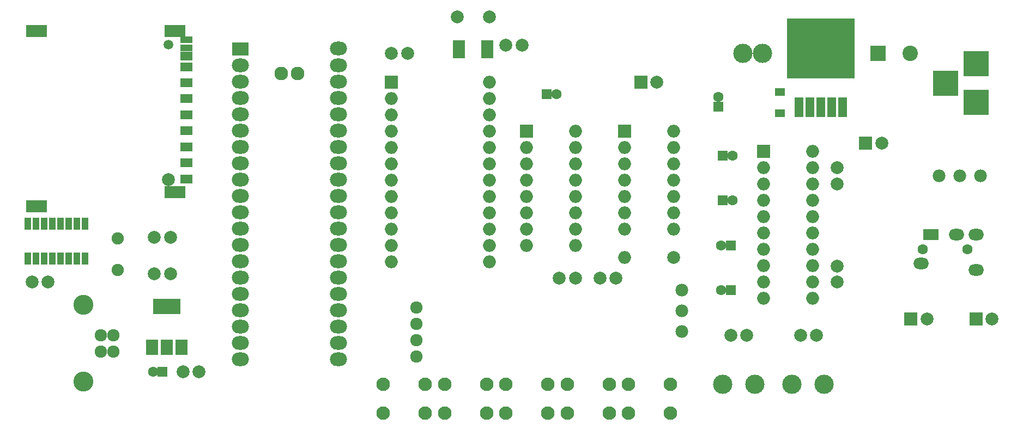
<source format=gbr>
G04 #@! TF.FileFunction,Soldermask,Top*
%FSLAX46Y46*%
G04 Gerber Fmt 4.6, Leading zero omitted, Abs format (unit mm)*
G04 Created by KiCad (PCBNEW 4.0.7) date 03/02/18 16:18:39*
%MOMM*%
%LPD*%
G01*
G04 APERTURE LIST*
%ADD10C,0.100000*%
%ADD11C,2.000000*%
%ADD12R,1.600000X1.600000*%
%ADD13C,1.600000*%
%ADD14R,2.400000X2.400000*%
%ADD15C,2.400000*%
%ADD16R,2.000000X2.000000*%
%ADD17R,1.900000X1.400000*%
%ADD18R,1.900000X1.100000*%
%ADD19C,1.500000*%
%ADD20R,3.200000X1.900000*%
%ADD21R,3.900000X3.900000*%
%ADD22O,2.400000X1.800000*%
%ADD23R,2.400000X1.800000*%
%ADD24C,1.920000*%
%ADD25C,3.100000*%
%ADD26C,3.000000*%
%ADD27O,2.000000X2.000000*%
%ADD28C,1.974800*%
%ADD29C,2.100000*%
%ADD30R,2.650000X2.127200*%
%ADD31O,2.650000X2.127200*%
%ADD32O,2.127200X2.127200*%
%ADD33R,1.850000X0.850000*%
%ADD34R,1.416000X3.092400*%
%ADD35R,10.560000X9.340800*%
%ADD36R,1.035000X1.924000*%
%ADD37C,1.924000*%
%ADD38R,4.200000X2.400000*%
%ADD39R,1.900000X2.400000*%
%ADD40C,1.900000*%
%ADD41R,1.600000X1.300000*%
G04 APERTURE END LIST*
D10*
D11*
X149860000Y-57150000D03*
X152360000Y-57150000D03*
X147320000Y-52705000D03*
X142320000Y-52705000D03*
X99695000Y-107950000D03*
X102195000Y-107950000D03*
D12*
X96520000Y-107950000D03*
D13*
X95020000Y-107950000D03*
D14*
X207645000Y-58420000D03*
D15*
X212645000Y-58420000D03*
D16*
X205740000Y-72390000D03*
D11*
X208240000Y-72390000D03*
X78740000Y-93980000D03*
X76240000Y-93980000D03*
X95250000Y-92710000D03*
X97750000Y-92710000D03*
X95250000Y-86995000D03*
X97750000Y-86995000D03*
D12*
X156210000Y-64770000D03*
D13*
X157710000Y-64770000D03*
D11*
X132080000Y-58420000D03*
X134580000Y-58420000D03*
D12*
X182880000Y-66675000D03*
D13*
X182880000Y-65175000D03*
D11*
X164465000Y-93345000D03*
X166965000Y-93345000D03*
X160655000Y-93345000D03*
X158155000Y-93345000D03*
D12*
X183515000Y-74295000D03*
D13*
X185015000Y-74295000D03*
D12*
X183515000Y-81280000D03*
D13*
X185015000Y-81280000D03*
D12*
X184785000Y-88265000D03*
D13*
X183285000Y-88265000D03*
D12*
X184785000Y-95250000D03*
D13*
X183285000Y-95250000D03*
D11*
X201295000Y-93980000D03*
X201295000Y-91480000D03*
X201295000Y-76200000D03*
X201295000Y-78700000D03*
X184785000Y-102235000D03*
X187285000Y-102235000D03*
X198120000Y-102235000D03*
X195620000Y-102235000D03*
D16*
X222885000Y-99695000D03*
D11*
X225385000Y-99695000D03*
D16*
X212765000Y-99695000D03*
D11*
X215265000Y-99695000D03*
D16*
X170815000Y-62865000D03*
D11*
X173315000Y-62865000D03*
D17*
X100240000Y-75455000D03*
X100240000Y-72955000D03*
X100240000Y-70455000D03*
X100240000Y-67955000D03*
X100240000Y-65455000D03*
X100240000Y-62955000D03*
X100240000Y-60525000D03*
X100240000Y-58825000D03*
X100240000Y-77955000D03*
D18*
X100240000Y-57525000D03*
X100240000Y-56325000D03*
D11*
X97440000Y-78080000D03*
D19*
X97440000Y-57080000D03*
D20*
X98440000Y-80030000D03*
X76940000Y-82230000D03*
X76940000Y-54930000D03*
X98440000Y-54930000D03*
D21*
X222885000Y-66040000D03*
X222885000Y-60040000D03*
X218185000Y-63040000D03*
D22*
X222885000Y-92075000D03*
X214385000Y-91075000D03*
D23*
X215885000Y-86575000D03*
D22*
X219885000Y-86575000D03*
X222885000Y-86575000D03*
D13*
X221585000Y-88875000D03*
X214585000Y-88875000D03*
D24*
X88900000Y-102235000D03*
X88900000Y-104775000D03*
X86900000Y-104775000D03*
X86900000Y-102235000D03*
D25*
X84200000Y-97505000D03*
X84200000Y-109505000D03*
D26*
X186690000Y-58420000D03*
X189690000Y-58420000D03*
X183515000Y-109855000D03*
X188515000Y-109855000D03*
X194310000Y-109855000D03*
X199310000Y-109855000D03*
D11*
X175895000Y-90170000D03*
D27*
X168275000Y-90170000D03*
D28*
X217144200Y-77470000D03*
X220344600Y-77470000D03*
X223545000Y-77470000D03*
X177165000Y-101650800D03*
X177165000Y-98450400D03*
X177165000Y-95250000D03*
D29*
X146835000Y-114355000D03*
X140335000Y-114355000D03*
X146835000Y-109855000D03*
X140335000Y-109855000D03*
X156360000Y-114355000D03*
X149860000Y-114355000D03*
X156360000Y-109855000D03*
X149860000Y-109855000D03*
X165885000Y-114355000D03*
X159385000Y-114355000D03*
X165885000Y-109855000D03*
X159385000Y-109855000D03*
X137310000Y-114355000D03*
X130810000Y-114355000D03*
X137310000Y-109855000D03*
X130810000Y-109855000D03*
X175410000Y-114355000D03*
X168910000Y-114355000D03*
X175410000Y-109855000D03*
X168910000Y-109855000D03*
D30*
X108585000Y-57734200D03*
D31*
X108585000Y-60274200D03*
X108585000Y-62814200D03*
X108585000Y-65354200D03*
X108585000Y-67894200D03*
X108585000Y-70434200D03*
X108585000Y-72974200D03*
X108585000Y-75514200D03*
X108585000Y-78054200D03*
X108585000Y-80594200D03*
X108585000Y-83134200D03*
X108585000Y-85674200D03*
X108585000Y-88214200D03*
X108585000Y-90754200D03*
X108585000Y-93294200D03*
X108585000Y-95834200D03*
X108585000Y-98374200D03*
X108585000Y-100914200D03*
X108585000Y-103454200D03*
X108585000Y-105994200D03*
X123825000Y-105994200D03*
X123825000Y-103454200D03*
X123825000Y-100914200D03*
X123825000Y-98374200D03*
X123825000Y-95834200D03*
X123825000Y-93294200D03*
X123825000Y-90754200D03*
X123825000Y-88214200D03*
X123825000Y-85674200D03*
X123825000Y-83134200D03*
X123825000Y-80594200D03*
X123825000Y-78054200D03*
X123825000Y-75514200D03*
X123825000Y-72974200D03*
X123825000Y-70434200D03*
X123825000Y-67894200D03*
X123825000Y-65354200D03*
X123825000Y-62814200D03*
X123825000Y-60274200D03*
X123825000Y-57683400D03*
D32*
X117485000Y-61544200D03*
X114945000Y-61544200D03*
D33*
X142580000Y-56810000D03*
X142580000Y-57460000D03*
X142580000Y-58110000D03*
X142580000Y-58760000D03*
X146980000Y-58760000D03*
X146980000Y-58110000D03*
X146980000Y-57460000D03*
X146980000Y-56810000D03*
D34*
X195351400Y-66827400D03*
X197053200Y-66827400D03*
X198755000Y-66827400D03*
X200456800Y-66827400D03*
X202158600Y-66827400D03*
D35*
X198755000Y-57632600D03*
D36*
X76835000Y-90325000D03*
X79375000Y-84935000D03*
X75565000Y-90325000D03*
X78105000Y-90325000D03*
X79375000Y-90325000D03*
X78105000Y-84935000D03*
X80645000Y-84935000D03*
X81915000Y-84935000D03*
X81915000Y-90325000D03*
X84455000Y-84935000D03*
X80645000Y-90325000D03*
X83185000Y-90325000D03*
X83185000Y-84935000D03*
X84455000Y-90325000D03*
X76835000Y-84935000D03*
X75565000Y-84935000D03*
D37*
X135985000Y-105600000D03*
X135985000Y-103060000D03*
X135985000Y-100520000D03*
X135985000Y-97980000D03*
D16*
X132080000Y-62865000D03*
D27*
X147320000Y-90805000D03*
X132080000Y-65405000D03*
X147320000Y-88265000D03*
X132080000Y-67945000D03*
X147320000Y-85725000D03*
X132080000Y-70485000D03*
X147320000Y-83185000D03*
X132080000Y-73025000D03*
X147320000Y-80645000D03*
X132080000Y-75565000D03*
X147320000Y-78105000D03*
X132080000Y-78105000D03*
X147320000Y-75565000D03*
X132080000Y-80645000D03*
X147320000Y-73025000D03*
X132080000Y-83185000D03*
X147320000Y-70485000D03*
X132080000Y-85725000D03*
X147320000Y-67945000D03*
X132080000Y-88265000D03*
X147320000Y-65405000D03*
X132080000Y-90805000D03*
X147320000Y-62865000D03*
D16*
X153035000Y-70485000D03*
D27*
X160655000Y-88265000D03*
X153035000Y-73025000D03*
X160655000Y-85725000D03*
X153035000Y-75565000D03*
X160655000Y-83185000D03*
X153035000Y-78105000D03*
X160655000Y-80645000D03*
X153035000Y-80645000D03*
X160655000Y-78105000D03*
X153035000Y-83185000D03*
X160655000Y-75565000D03*
X153035000Y-85725000D03*
X160655000Y-73025000D03*
X153035000Y-88265000D03*
X160655000Y-70485000D03*
D16*
X168275000Y-70485000D03*
D27*
X175895000Y-85725000D03*
X168275000Y-73025000D03*
X175895000Y-83185000D03*
X168275000Y-75565000D03*
X175895000Y-80645000D03*
X168275000Y-78105000D03*
X175895000Y-78105000D03*
X168275000Y-80645000D03*
X175895000Y-75565000D03*
X168275000Y-83185000D03*
X175895000Y-73025000D03*
X168275000Y-85725000D03*
X175895000Y-70485000D03*
D16*
X189865000Y-73660000D03*
D27*
X197485000Y-96520000D03*
X189865000Y-76200000D03*
X197485000Y-93980000D03*
X189865000Y-78740000D03*
X197485000Y-91440000D03*
X189865000Y-81280000D03*
X197485000Y-88900000D03*
X189865000Y-83820000D03*
X197485000Y-86360000D03*
X189865000Y-86360000D03*
X197485000Y-83820000D03*
X189865000Y-88900000D03*
X197485000Y-81280000D03*
X189865000Y-91440000D03*
X197485000Y-78740000D03*
X189865000Y-93980000D03*
X197485000Y-76200000D03*
X189865000Y-96520000D03*
X197485000Y-73660000D03*
D38*
X97155000Y-97815000D03*
D39*
X97155000Y-104115000D03*
X99455000Y-104115000D03*
X94855000Y-104115000D03*
D40*
X89535000Y-92075000D03*
X89535000Y-87195000D03*
D41*
X192405000Y-67690000D03*
X192405000Y-64390000D03*
M02*

</source>
